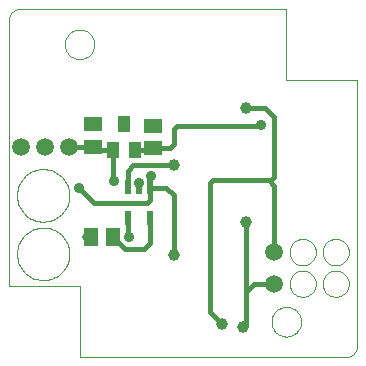
<source format=gtl>
G75*
G70*
%OFA0B0*%
%FSLAX24Y24*%
%IPPOS*%
%LPD*%
%AMOC8*
5,1,8,0,0,1.08239X$1,22.5*
%
%ADD10C,0.0000*%
%ADD11R,0.0217X0.0472*%
%ADD12R,0.0394X0.0551*%
%ADD13R,0.0512X0.0591*%
%ADD14R,0.0591X0.0512*%
%ADD15C,0.0160*%
%ADD16C,0.0591*%
%ADD17C,0.0357*%
%ADD18C,0.0396*%
D10*
X000454Y002675D02*
X002816Y002675D01*
X002816Y000312D01*
X011674Y000312D01*
X011713Y000314D01*
X011751Y000320D01*
X011788Y000329D01*
X011825Y000342D01*
X011860Y000359D01*
X011893Y000378D01*
X011924Y000401D01*
X011953Y000427D01*
X011979Y000456D01*
X012002Y000487D01*
X012021Y000520D01*
X012038Y000555D01*
X012051Y000592D01*
X012060Y000629D01*
X012066Y000667D01*
X012068Y000706D01*
X012068Y009564D01*
X009706Y009564D01*
X009706Y011927D01*
X000847Y011927D01*
X000808Y011925D01*
X000770Y011919D01*
X000733Y011910D01*
X000696Y011897D01*
X000661Y011880D01*
X000628Y011861D01*
X000597Y011838D01*
X000568Y011812D01*
X000542Y011783D01*
X000519Y011752D01*
X000500Y011719D01*
X000483Y011684D01*
X000470Y011647D01*
X000461Y011610D01*
X000455Y011572D01*
X000453Y011533D01*
X000454Y011533D02*
X000454Y002675D01*
X000729Y003759D02*
X000731Y003818D01*
X000737Y003877D01*
X000747Y003935D01*
X000761Y003993D01*
X000778Y004049D01*
X000800Y004104D01*
X000825Y004158D01*
X000854Y004209D01*
X000886Y004259D01*
X000921Y004306D01*
X000960Y004351D01*
X001001Y004393D01*
X001045Y004432D01*
X001092Y004469D01*
X001141Y004502D01*
X001192Y004531D01*
X001245Y004557D01*
X001300Y004580D01*
X001356Y004598D01*
X001413Y004613D01*
X001472Y004624D01*
X001530Y004631D01*
X001589Y004634D01*
X001648Y004633D01*
X001707Y004628D01*
X001766Y004619D01*
X001823Y004606D01*
X001880Y004589D01*
X001935Y004569D01*
X001989Y004545D01*
X002041Y004517D01*
X002092Y004486D01*
X002140Y004451D01*
X002185Y004413D01*
X002228Y004372D01*
X002268Y004329D01*
X002305Y004283D01*
X002339Y004234D01*
X002369Y004184D01*
X002396Y004131D01*
X002419Y004077D01*
X002439Y004021D01*
X002455Y003964D01*
X002467Y003906D01*
X002475Y003848D01*
X002479Y003789D01*
X002479Y003729D01*
X002475Y003670D01*
X002467Y003612D01*
X002455Y003554D01*
X002439Y003497D01*
X002419Y003441D01*
X002396Y003387D01*
X002369Y003334D01*
X002339Y003284D01*
X002305Y003235D01*
X002268Y003189D01*
X002228Y003146D01*
X002185Y003105D01*
X002140Y003067D01*
X002092Y003032D01*
X002042Y003001D01*
X001989Y002973D01*
X001935Y002949D01*
X001880Y002929D01*
X001823Y002912D01*
X001766Y002899D01*
X001707Y002890D01*
X001648Y002885D01*
X001589Y002884D01*
X001530Y002887D01*
X001472Y002894D01*
X001413Y002905D01*
X001356Y002920D01*
X001300Y002938D01*
X001245Y002961D01*
X001192Y002987D01*
X001141Y003016D01*
X001092Y003049D01*
X001045Y003086D01*
X001001Y003125D01*
X000960Y003167D01*
X000921Y003212D01*
X000886Y003259D01*
X000854Y003309D01*
X000825Y003360D01*
X000800Y003414D01*
X000778Y003469D01*
X000761Y003525D01*
X000747Y003583D01*
X000737Y003641D01*
X000731Y003700D01*
X000729Y003759D01*
X000729Y005709D02*
X000731Y005768D01*
X000737Y005827D01*
X000747Y005885D01*
X000761Y005943D01*
X000778Y005999D01*
X000800Y006054D01*
X000825Y006108D01*
X000854Y006159D01*
X000886Y006209D01*
X000921Y006256D01*
X000960Y006301D01*
X001001Y006343D01*
X001045Y006382D01*
X001092Y006419D01*
X001141Y006452D01*
X001192Y006481D01*
X001245Y006507D01*
X001300Y006530D01*
X001356Y006548D01*
X001413Y006563D01*
X001472Y006574D01*
X001530Y006581D01*
X001589Y006584D01*
X001648Y006583D01*
X001707Y006578D01*
X001766Y006569D01*
X001823Y006556D01*
X001880Y006539D01*
X001935Y006519D01*
X001989Y006495D01*
X002041Y006467D01*
X002092Y006436D01*
X002140Y006401D01*
X002185Y006363D01*
X002228Y006322D01*
X002268Y006279D01*
X002305Y006233D01*
X002339Y006184D01*
X002369Y006134D01*
X002396Y006081D01*
X002419Y006027D01*
X002439Y005971D01*
X002455Y005914D01*
X002467Y005856D01*
X002475Y005798D01*
X002479Y005739D01*
X002479Y005679D01*
X002475Y005620D01*
X002467Y005562D01*
X002455Y005504D01*
X002439Y005447D01*
X002419Y005391D01*
X002396Y005337D01*
X002369Y005284D01*
X002339Y005234D01*
X002305Y005185D01*
X002268Y005139D01*
X002228Y005096D01*
X002185Y005055D01*
X002140Y005017D01*
X002092Y004982D01*
X002042Y004951D01*
X001989Y004923D01*
X001935Y004899D01*
X001880Y004879D01*
X001823Y004862D01*
X001766Y004849D01*
X001707Y004840D01*
X001648Y004835D01*
X001589Y004834D01*
X001530Y004837D01*
X001472Y004844D01*
X001413Y004855D01*
X001356Y004870D01*
X001300Y004888D01*
X001245Y004911D01*
X001192Y004937D01*
X001141Y004966D01*
X001092Y004999D01*
X001045Y005036D01*
X001001Y005075D01*
X000960Y005117D01*
X000921Y005162D01*
X000886Y005209D01*
X000854Y005259D01*
X000825Y005310D01*
X000800Y005364D01*
X000778Y005419D01*
X000761Y005475D01*
X000747Y005533D01*
X000737Y005591D01*
X000731Y005650D01*
X000729Y005709D01*
X002324Y010746D02*
X002326Y010790D01*
X002332Y010834D01*
X002342Y010877D01*
X002355Y010919D01*
X002373Y010959D01*
X002394Y010998D01*
X002418Y011035D01*
X002445Y011070D01*
X002476Y011102D01*
X002509Y011131D01*
X002545Y011157D01*
X002583Y011179D01*
X002623Y011198D01*
X002664Y011214D01*
X002707Y011226D01*
X002750Y011234D01*
X002794Y011238D01*
X002838Y011238D01*
X002882Y011234D01*
X002925Y011226D01*
X002968Y011214D01*
X003009Y011198D01*
X003049Y011179D01*
X003087Y011157D01*
X003123Y011131D01*
X003156Y011102D01*
X003187Y011070D01*
X003214Y011035D01*
X003238Y010998D01*
X003259Y010959D01*
X003277Y010919D01*
X003290Y010877D01*
X003300Y010834D01*
X003306Y010790D01*
X003308Y010746D01*
X003306Y010702D01*
X003300Y010658D01*
X003290Y010615D01*
X003277Y010573D01*
X003259Y010533D01*
X003238Y010494D01*
X003214Y010457D01*
X003187Y010422D01*
X003156Y010390D01*
X003123Y010361D01*
X003087Y010335D01*
X003049Y010313D01*
X003009Y010294D01*
X002968Y010278D01*
X002925Y010266D01*
X002882Y010258D01*
X002838Y010254D01*
X002794Y010254D01*
X002750Y010258D01*
X002707Y010266D01*
X002664Y010278D01*
X002623Y010294D01*
X002583Y010313D01*
X002545Y010335D01*
X002509Y010361D01*
X002476Y010390D01*
X002445Y010422D01*
X002418Y010457D01*
X002394Y010494D01*
X002373Y010533D01*
X002355Y010573D01*
X002342Y010615D01*
X002332Y010658D01*
X002326Y010702D01*
X002324Y010746D01*
X009817Y003816D02*
X009819Y003858D01*
X009825Y003899D01*
X009835Y003939D01*
X009848Y003978D01*
X009866Y004016D01*
X009886Y004052D01*
X009910Y004086D01*
X009938Y004118D01*
X009968Y004146D01*
X010001Y004172D01*
X010035Y004194D01*
X010072Y004214D01*
X010111Y004229D01*
X010151Y004241D01*
X010192Y004249D01*
X010233Y004253D01*
X010275Y004253D01*
X010316Y004249D01*
X010357Y004241D01*
X010397Y004229D01*
X010436Y004214D01*
X010472Y004194D01*
X010507Y004172D01*
X010540Y004146D01*
X010570Y004118D01*
X010598Y004086D01*
X010622Y004052D01*
X010642Y004016D01*
X010660Y003978D01*
X010673Y003939D01*
X010683Y003899D01*
X010689Y003858D01*
X010691Y003816D01*
X010689Y003774D01*
X010683Y003733D01*
X010673Y003693D01*
X010660Y003654D01*
X010642Y003616D01*
X010622Y003580D01*
X010598Y003546D01*
X010570Y003514D01*
X010540Y003486D01*
X010507Y003460D01*
X010473Y003438D01*
X010436Y003418D01*
X010397Y003403D01*
X010357Y003391D01*
X010316Y003383D01*
X010275Y003379D01*
X010233Y003379D01*
X010192Y003383D01*
X010151Y003391D01*
X010111Y003403D01*
X010072Y003418D01*
X010036Y003438D01*
X010001Y003460D01*
X009968Y003486D01*
X009938Y003514D01*
X009910Y003546D01*
X009886Y003580D01*
X009866Y003616D01*
X009848Y003654D01*
X009835Y003693D01*
X009825Y003733D01*
X009819Y003774D01*
X009817Y003816D01*
X009817Y002766D02*
X009819Y002808D01*
X009825Y002849D01*
X009835Y002889D01*
X009848Y002928D01*
X009866Y002966D01*
X009886Y003002D01*
X009910Y003036D01*
X009938Y003068D01*
X009968Y003096D01*
X010001Y003122D01*
X010035Y003144D01*
X010072Y003164D01*
X010111Y003179D01*
X010151Y003191D01*
X010192Y003199D01*
X010233Y003203D01*
X010275Y003203D01*
X010316Y003199D01*
X010357Y003191D01*
X010397Y003179D01*
X010436Y003164D01*
X010472Y003144D01*
X010507Y003122D01*
X010540Y003096D01*
X010570Y003068D01*
X010598Y003036D01*
X010622Y003002D01*
X010642Y002966D01*
X010660Y002928D01*
X010673Y002889D01*
X010683Y002849D01*
X010689Y002808D01*
X010691Y002766D01*
X010689Y002724D01*
X010683Y002683D01*
X010673Y002643D01*
X010660Y002604D01*
X010642Y002566D01*
X010622Y002530D01*
X010598Y002496D01*
X010570Y002464D01*
X010540Y002436D01*
X010507Y002410D01*
X010473Y002388D01*
X010436Y002368D01*
X010397Y002353D01*
X010357Y002341D01*
X010316Y002333D01*
X010275Y002329D01*
X010233Y002329D01*
X010192Y002333D01*
X010151Y002341D01*
X010111Y002353D01*
X010072Y002368D01*
X010036Y002388D01*
X010001Y002410D01*
X009968Y002436D01*
X009938Y002464D01*
X009910Y002496D01*
X009886Y002530D01*
X009866Y002566D01*
X009848Y002604D01*
X009835Y002643D01*
X009825Y002683D01*
X009819Y002724D01*
X009817Y002766D01*
X009214Y001494D02*
X009216Y001538D01*
X009222Y001582D01*
X009232Y001625D01*
X009245Y001667D01*
X009263Y001707D01*
X009284Y001746D01*
X009308Y001783D01*
X009335Y001818D01*
X009366Y001850D01*
X009399Y001879D01*
X009435Y001905D01*
X009473Y001927D01*
X009513Y001946D01*
X009554Y001962D01*
X009597Y001974D01*
X009640Y001982D01*
X009684Y001986D01*
X009728Y001986D01*
X009772Y001982D01*
X009815Y001974D01*
X009858Y001962D01*
X009899Y001946D01*
X009939Y001927D01*
X009977Y001905D01*
X010013Y001879D01*
X010046Y001850D01*
X010077Y001818D01*
X010104Y001783D01*
X010128Y001746D01*
X010149Y001707D01*
X010167Y001667D01*
X010180Y001625D01*
X010190Y001582D01*
X010196Y001538D01*
X010198Y001494D01*
X010196Y001450D01*
X010190Y001406D01*
X010180Y001363D01*
X010167Y001321D01*
X010149Y001281D01*
X010128Y001242D01*
X010104Y001205D01*
X010077Y001170D01*
X010046Y001138D01*
X010013Y001109D01*
X009977Y001083D01*
X009939Y001061D01*
X009899Y001042D01*
X009858Y001026D01*
X009815Y001014D01*
X009772Y001006D01*
X009728Y001002D01*
X009684Y001002D01*
X009640Y001006D01*
X009597Y001014D01*
X009554Y001026D01*
X009513Y001042D01*
X009473Y001061D01*
X009435Y001083D01*
X009399Y001109D01*
X009366Y001138D01*
X009335Y001170D01*
X009308Y001205D01*
X009284Y001242D01*
X009263Y001281D01*
X009245Y001321D01*
X009232Y001363D01*
X009222Y001406D01*
X009216Y001450D01*
X009214Y001494D01*
X010917Y002766D02*
X010919Y002808D01*
X010925Y002849D01*
X010935Y002889D01*
X010948Y002928D01*
X010966Y002966D01*
X010986Y003002D01*
X011010Y003036D01*
X011038Y003068D01*
X011068Y003096D01*
X011101Y003122D01*
X011135Y003144D01*
X011172Y003164D01*
X011211Y003179D01*
X011251Y003191D01*
X011292Y003199D01*
X011333Y003203D01*
X011375Y003203D01*
X011416Y003199D01*
X011457Y003191D01*
X011497Y003179D01*
X011536Y003164D01*
X011572Y003144D01*
X011607Y003122D01*
X011640Y003096D01*
X011670Y003068D01*
X011698Y003036D01*
X011722Y003002D01*
X011742Y002966D01*
X011760Y002928D01*
X011773Y002889D01*
X011783Y002849D01*
X011789Y002808D01*
X011791Y002766D01*
X011789Y002724D01*
X011783Y002683D01*
X011773Y002643D01*
X011760Y002604D01*
X011742Y002566D01*
X011722Y002530D01*
X011698Y002496D01*
X011670Y002464D01*
X011640Y002436D01*
X011607Y002410D01*
X011573Y002388D01*
X011536Y002368D01*
X011497Y002353D01*
X011457Y002341D01*
X011416Y002333D01*
X011375Y002329D01*
X011333Y002329D01*
X011292Y002333D01*
X011251Y002341D01*
X011211Y002353D01*
X011172Y002368D01*
X011136Y002388D01*
X011101Y002410D01*
X011068Y002436D01*
X011038Y002464D01*
X011010Y002496D01*
X010986Y002530D01*
X010966Y002566D01*
X010948Y002604D01*
X010935Y002643D01*
X010925Y002683D01*
X010919Y002724D01*
X010917Y002766D01*
X010917Y003816D02*
X010919Y003858D01*
X010925Y003899D01*
X010935Y003939D01*
X010948Y003978D01*
X010966Y004016D01*
X010986Y004052D01*
X011010Y004086D01*
X011038Y004118D01*
X011068Y004146D01*
X011101Y004172D01*
X011135Y004194D01*
X011172Y004214D01*
X011211Y004229D01*
X011251Y004241D01*
X011292Y004249D01*
X011333Y004253D01*
X011375Y004253D01*
X011416Y004249D01*
X011457Y004241D01*
X011497Y004229D01*
X011536Y004214D01*
X011572Y004194D01*
X011607Y004172D01*
X011640Y004146D01*
X011670Y004118D01*
X011698Y004086D01*
X011722Y004052D01*
X011742Y004016D01*
X011760Y003978D01*
X011773Y003939D01*
X011783Y003899D01*
X011789Y003858D01*
X011791Y003816D01*
X011789Y003774D01*
X011783Y003733D01*
X011773Y003693D01*
X011760Y003654D01*
X011742Y003616D01*
X011722Y003580D01*
X011698Y003546D01*
X011670Y003514D01*
X011640Y003486D01*
X011607Y003460D01*
X011573Y003438D01*
X011536Y003418D01*
X011497Y003403D01*
X011457Y003391D01*
X011416Y003383D01*
X011375Y003379D01*
X011333Y003379D01*
X011292Y003383D01*
X011251Y003391D01*
X011211Y003403D01*
X011172Y003418D01*
X011136Y003438D01*
X011101Y003460D01*
X011068Y003486D01*
X011038Y003514D01*
X011010Y003546D01*
X010986Y003580D01*
X010966Y003616D01*
X010948Y003654D01*
X010935Y003693D01*
X010925Y003733D01*
X010919Y003774D01*
X010917Y003816D01*
D11*
X005178Y004951D03*
X004430Y004951D03*
X004430Y005974D03*
X004804Y005974D03*
X005178Y005974D03*
D12*
X004667Y007229D03*
X003919Y007229D03*
X004293Y008096D03*
D13*
X003928Y004312D03*
X003180Y004312D03*
D14*
X003254Y007338D03*
X003254Y008086D03*
X005254Y008036D03*
X005254Y007288D03*
D15*
X005830Y007288D01*
X005954Y007412D01*
X005954Y007912D01*
X006054Y008012D01*
X008804Y008012D01*
X008854Y008062D01*
X009304Y008312D02*
X009004Y008612D01*
X008354Y008612D01*
X009304Y008312D02*
X009304Y006312D01*
X009204Y006212D01*
X009115Y006212D01*
X009304Y006024D01*
X009304Y003816D01*
X008354Y004812D02*
X008354Y002478D01*
X008641Y002766D01*
X009304Y002766D01*
X008354Y002478D02*
X008354Y001412D01*
X008254Y001312D01*
X007554Y001412D02*
X007154Y001812D01*
X007154Y006112D01*
X007254Y006212D01*
X009115Y006212D01*
X005954Y005712D02*
X005954Y003712D01*
X005178Y004136D02*
X004954Y003912D01*
X004328Y003912D01*
X003928Y004312D01*
X003954Y004338D01*
X003980Y004338D01*
X004004Y004362D01*
X003928Y004312D02*
X003919Y004321D01*
X004415Y004360D02*
X004454Y004322D01*
X004415Y004360D02*
X004415Y004951D01*
X004430Y004951D01*
X005054Y005462D02*
X005154Y005562D01*
X005154Y005950D01*
X005178Y005974D01*
X005178Y006186D01*
X005204Y006362D01*
X005178Y005974D02*
X005189Y005962D01*
X005704Y005962D01*
X005954Y005712D01*
X005054Y005462D02*
X003304Y005462D01*
X002804Y005962D01*
X003919Y006213D02*
X003919Y007229D01*
X003363Y007229D01*
X003254Y007338D01*
X002480Y007338D01*
X002454Y007312D01*
X003254Y008086D02*
X003254Y008112D01*
X004243Y008152D02*
X004304Y008062D01*
X004293Y008096D02*
X004243Y008152D01*
X005154Y008062D02*
X005254Y008036D01*
X005254Y007288D02*
X005244Y007229D01*
X004667Y007229D01*
X004604Y006712D02*
X005954Y006712D01*
X004804Y006112D02*
X004804Y005974D01*
X004430Y005974D02*
X004430Y006538D01*
X004604Y006712D01*
X003954Y006178D02*
X003919Y006213D01*
X005178Y004951D02*
X005178Y004136D01*
X003180Y004312D02*
X003104Y004312D01*
D16*
X002454Y007312D03*
X001654Y007312D03*
X000854Y007312D03*
X009304Y003816D03*
X009304Y002766D03*
D17*
X005204Y006362D03*
X004804Y006112D03*
X003954Y006178D03*
X002804Y005962D03*
X004004Y004362D03*
X004454Y004322D03*
X008854Y008062D03*
D18*
X008354Y008612D03*
X005954Y006712D03*
X005154Y008062D03*
X004304Y008062D03*
X003254Y008112D03*
X003104Y004312D03*
X005954Y003712D03*
X007554Y001412D03*
X008254Y001312D03*
X008354Y004812D03*
M02*

</source>
